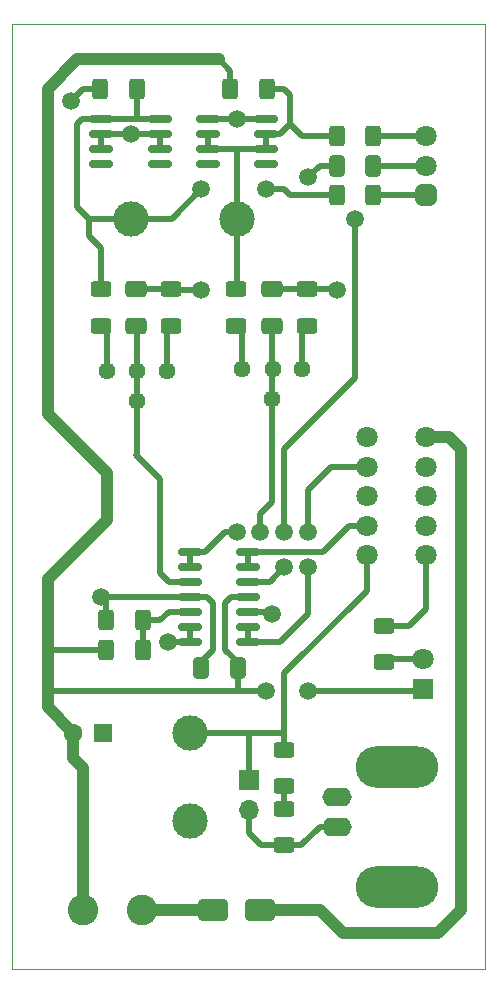
<source format=gbr>
%TF.GenerationSoftware,KiCad,Pcbnew,7.0.7*%
%TF.CreationDate,2024-08-22T16:43:00-10:00*%
%TF.ProjectId,pHSim2,70485369-6d32-42e6-9b69-6361645f7063,rev?*%
%TF.SameCoordinates,Original*%
%TF.FileFunction,Copper,L1,Top*%
%TF.FilePolarity,Positive*%
%FSLAX46Y46*%
G04 Gerber Fmt 4.6, Leading zero omitted, Abs format (unit mm)*
G04 Created by KiCad (PCBNEW 7.0.7) date 2024-08-22 16:43:00*
%MOMM*%
%LPD*%
G01*
G04 APERTURE LIST*
G04 Aperture macros list*
%AMRoundRect*
0 Rectangle with rounded corners*
0 $1 Rounding radius*
0 $2 $3 $4 $5 $6 $7 $8 $9 X,Y pos of 4 corners*
0 Add a 4 corners polygon primitive as box body*
4,1,4,$2,$3,$4,$5,$6,$7,$8,$9,$2,$3,0*
0 Add four circle primitives for the rounded corners*
1,1,$1+$1,$2,$3*
1,1,$1+$1,$4,$5*
1,1,$1+$1,$6,$7*
1,1,$1+$1,$8,$9*
0 Add four rect primitives between the rounded corners*
20,1,$1+$1,$2,$3,$4,$5,0*
20,1,$1+$1,$4,$5,$6,$7,0*
20,1,$1+$1,$6,$7,$8,$9,0*
20,1,$1+$1,$8,$9,$2,$3,0*%
G04 Aperture macros list end*
%TA.AperFunction,SMDPad,CuDef*%
%ADD10RoundRect,0.150000X-0.825000X-0.150000X0.825000X-0.150000X0.825000X0.150000X-0.825000X0.150000X0*%
%TD*%
%TA.AperFunction,SMDPad,CuDef*%
%ADD11RoundRect,0.250000X-0.625000X0.400000X-0.625000X-0.400000X0.625000X-0.400000X0.625000X0.400000X0*%
%TD*%
%TA.AperFunction,ComponentPad*%
%ADD12RoundRect,0.450000X-0.450000X-0.450000X0.450000X-0.450000X0.450000X0.450000X-0.450000X0.450000X0*%
%TD*%
%TA.AperFunction,ComponentPad*%
%ADD13C,1.800000*%
%TD*%
%TA.AperFunction,ComponentPad*%
%ADD14C,1.440000*%
%TD*%
%TA.AperFunction,ComponentPad*%
%ADD15C,3.000000*%
%TD*%
%TA.AperFunction,SMDPad,CuDef*%
%ADD16RoundRect,0.250000X-0.400000X-0.625000X0.400000X-0.625000X0.400000X0.625000X-0.400000X0.625000X0*%
%TD*%
%TA.AperFunction,SMDPad,CuDef*%
%ADD17RoundRect,0.250000X0.412500X0.650000X-0.412500X0.650000X-0.412500X-0.650000X0.412500X-0.650000X0*%
%TD*%
%TA.AperFunction,SMDPad,CuDef*%
%ADD18RoundRect,0.250000X0.650000X-0.412500X0.650000X0.412500X-0.650000X0.412500X-0.650000X-0.412500X0*%
%TD*%
%TA.AperFunction,SMDPad,CuDef*%
%ADD19RoundRect,0.250000X0.400000X0.625000X-0.400000X0.625000X-0.400000X-0.625000X0.400000X-0.625000X0*%
%TD*%
%TA.AperFunction,ComponentPad*%
%ADD20C,2.600000*%
%TD*%
%TA.AperFunction,SMDPad,CuDef*%
%ADD21RoundRect,0.250000X1.000000X0.650000X-1.000000X0.650000X-1.000000X-0.650000X1.000000X-0.650000X0*%
%TD*%
%TA.AperFunction,SMDPad,CuDef*%
%ADD22RoundRect,0.250000X0.625000X-0.400000X0.625000X0.400000X-0.625000X0.400000X-0.625000X-0.400000X0*%
%TD*%
%TA.AperFunction,SMDPad,CuDef*%
%ADD23RoundRect,0.250000X-0.412500X-0.650000X0.412500X-0.650000X0.412500X0.650000X-0.412500X0.650000X0*%
%TD*%
%TA.AperFunction,ComponentPad*%
%ADD24O,2.500000X1.600000*%
%TD*%
%TA.AperFunction,ComponentPad*%
%ADD25O,7.000000X3.500000*%
%TD*%
%TA.AperFunction,ComponentPad*%
%ADD26R,1.800000X1.800000*%
%TD*%
%TA.AperFunction,ComponentPad*%
%ADD27R,1.600000X1.600000*%
%TD*%
%TA.AperFunction,ComponentPad*%
%ADD28C,1.600000*%
%TD*%
%TA.AperFunction,ComponentPad*%
%ADD29R,1.700000X1.700000*%
%TD*%
%TA.AperFunction,ComponentPad*%
%ADD30O,1.700000X1.700000*%
%TD*%
%TA.AperFunction,ViaPad*%
%ADD31C,1.500000*%
%TD*%
%TA.AperFunction,Conductor*%
%ADD32C,0.500000*%
%TD*%
%TA.AperFunction,Conductor*%
%ADD33C,1.000000*%
%TD*%
%TA.AperFunction,Profile*%
%ADD34C,0.100000*%
%TD*%
G04 APERTURE END LIST*
D10*
%TO.P,U3,1,K*%
%TO.N,GND*%
X116525000Y-68095000D03*
%TO.P,U3,2,A*%
%TO.N,/Ref-2.5*%
X116525000Y-69365000D03*
%TO.P,U3,3,A*%
X116525000Y-70635000D03*
%TO.P,U3,4*%
%TO.N,N/C*%
X116525000Y-71905000D03*
%TO.P,U3,5*%
X121475000Y-71905000D03*
%TO.P,U3,6,A*%
%TO.N,/Ref-2.5*%
X121475000Y-70635000D03*
%TO.P,U3,7,A*%
X121475000Y-69365000D03*
%TO.P,U3,8,REF*%
%TO.N,GND*%
X121475000Y-68095000D03*
%TD*%
D11*
%TO.P,R5,1*%
%TO.N,/PwrSw*%
X131500000Y-110950000D03*
%TO.P,R5,2*%
%TO.N,Net-(D1-A)*%
X131500000Y-114050000D03*
%TD*%
D12*
%TO.P,R14,1,1*%
%TO.N,Net-(R12-Pad2)*%
X135000000Y-74500000D03*
D13*
%TO.P,R14,2,2*%
%TO.N,Net-(U1D-+)*%
X135000000Y-72000000D03*
%TO.P,R14,3,3*%
%TO.N,Net-(R13-Pad1)*%
X135000000Y-69500000D03*
%TD*%
D14*
%TO.P,R8,1,1*%
%TO.N,Net-(R10-Pad1)*%
X113050000Y-89375000D03*
%TO.P,R8,2,2*%
%TO.N,Net-(U1A-+)*%
X110510000Y-91915000D03*
X110550000Y-89375000D03*
%TO.P,R8,3,3*%
%TO.N,Net-(R6-Pad2)*%
X107970000Y-89375000D03*
%TD*%
D15*
%TO.P,TP2,1,1*%
%TO.N,/Ref+2.5*%
X110000000Y-76500000D03*
%TD*%
D16*
%TO.P,R12,1*%
%TO.N,/Ref+2.5*%
X127450000Y-74500000D03*
%TO.P,R12,2*%
%TO.N,Net-(R12-Pad2)*%
X130550000Y-74500000D03*
%TD*%
D11*
%TO.P,R6,1*%
%TO.N,/Ref+2.5*%
X107460000Y-82450000D03*
%TO.P,R6,2*%
%TO.N,Net-(R6-Pad2)*%
X107460000Y-85550000D03*
%TD*%
D17*
%TO.P,C5,1*%
%TO.N,Net-(U1D-+)*%
X130562500Y-72000000D03*
%TO.P,C5,2*%
%TO.N,GND*%
X127437500Y-72000000D03*
%TD*%
D18*
%TO.P,C3,1*%
%TO.N,Net-(U1A-+)*%
X110460000Y-85562500D03*
%TO.P,C3,2*%
%TO.N,GND*%
X110460000Y-82437500D03*
%TD*%
D19*
%TO.P,R4,1*%
%TO.N,/Ref-2.5*%
X121550000Y-65500000D03*
%TO.P,R4,2*%
%TO.N,/Pwr-*%
X118450000Y-65500000D03*
%TD*%
D20*
%TO.P,J2,1,Pin_1*%
%TO.N,/Pwr-*%
X106000000Y-135000000D03*
%TD*%
D21*
%TO.P,D2,1,K*%
%TO.N,/Pwr+*%
X121000000Y-135000000D03*
%TO.P,D2,2,A*%
%TO.N,Net-(D2-A)*%
X117000000Y-135000000D03*
%TD*%
D11*
%TO.P,R7,1*%
%TO.N,/Ref-2.5*%
X118960000Y-82450000D03*
%TO.P,R7,2*%
%TO.N,Net-(R7-Pad2)*%
X118960000Y-85550000D03*
%TD*%
D20*
%TO.P,J1,1,Pin_1*%
%TO.N,Net-(D2-A)*%
X111000000Y-135000000D03*
%TD*%
D22*
%TO.P,R10,1*%
%TO.N,Net-(R10-Pad1)*%
X113460000Y-85550000D03*
%TO.P,R10,2*%
%TO.N,GND*%
X113460000Y-82450000D03*
%TD*%
D18*
%TO.P,C4,1*%
%TO.N,Net-(U1C-+)*%
X121960000Y-85562500D03*
%TO.P,C4,2*%
%TO.N,GND*%
X121960000Y-82437500D03*
%TD*%
D22*
%TO.P,R11,1*%
%TO.N,Net-(R11-Pad1)*%
X124960000Y-85550000D03*
%TO.P,R11,2*%
%TO.N,GND*%
X124960000Y-82450000D03*
%TD*%
D19*
%TO.P,R13,1*%
%TO.N,Net-(R13-Pad1)*%
X130550000Y-69500000D03*
%TO.P,R13,2*%
%TO.N,/Ref-2.5*%
X127450000Y-69500000D03*
%TD*%
D15*
%TO.P,TP1,1,1*%
%TO.N,Net-(J4-Pin_1)*%
X115000000Y-120000000D03*
%TD*%
D14*
%TO.P,R9,1,1*%
%TO.N,Net-(R11-Pad1)*%
X124550000Y-89250000D03*
%TO.P,R9,2,2*%
%TO.N,Net-(U1C-+)*%
X122010000Y-91790000D03*
X122050000Y-89250000D03*
%TO.P,R9,3,3*%
%TO.N,Net-(R7-Pad2)*%
X119470000Y-89250000D03*
%TD*%
D16*
%TO.P,R3,1*%
%TO.N,/PwrSw*%
X107450000Y-65500000D03*
%TO.P,R3,2*%
%TO.N,/Ref+2.5*%
X110550000Y-65500000D03*
%TD*%
D15*
%TO.P,TP3,1,1*%
%TO.N,/Ref-2.5*%
X119000000Y-76500000D03*
%TD*%
D10*
%TO.P,U2,1,K*%
%TO.N,/Ref+2.5*%
X107525000Y-68095000D03*
%TO.P,U2,2,A*%
%TO.N,GND*%
X107525000Y-69365000D03*
%TO.P,U2,3,A*%
X107525000Y-70635000D03*
%TO.P,U2,4*%
%TO.N,N/C*%
X107525000Y-71905000D03*
%TO.P,U2,5*%
X112475000Y-71905000D03*
%TO.P,U2,6,A*%
%TO.N,GND*%
X112475000Y-70635000D03*
%TO.P,U2,7,A*%
X112475000Y-69365000D03*
%TO.P,U2,8,REF*%
%TO.N,/Ref+2.5*%
X112475000Y-68095000D03*
%TD*%
D19*
%TO.P,R2,1*%
%TO.N,Net-(U1B-+)*%
X111050000Y-113000000D03*
%TO.P,R2,2*%
%TO.N,/Pwr-*%
X107950000Y-113000000D03*
%TD*%
D23*
%TO.P,C2,1*%
%TO.N,/PwrSw*%
X115937500Y-114500000D03*
%TO.P,C2,2*%
%TO.N,/Pwr-*%
X119062500Y-114500000D03*
%TD*%
D24*
%TO.P,J3,1,In*%
%TO.N,Net-(J3-In)*%
X127450000Y-128000000D03*
D25*
%TO.P,J3,2,Ext*%
%TO.N,GND*%
X132530000Y-122920000D03*
D24*
X127450000Y-125460000D03*
D25*
X132530000Y-133080000D03*
%TD*%
D26*
%TO.P,D1,1,K*%
%TO.N,/Pwr-*%
X134750000Y-116275000D03*
D13*
%TO.P,D1,2,A*%
%TO.N,Net-(D1-A)*%
X134750000Y-113735000D03*
%TD*%
%TO.P,SW2,1,1*%
%TO.N,/Pwr+*%
X135000000Y-95000000D03*
%TO.P,SW2,2,2*%
%TO.N,unconnected-(SW2-Pad2)*%
X135000000Y-97500000D03*
%TO.P,SW2,3,3*%
%TO.N,/PwrSw*%
X135000000Y-100000000D03*
%TO.P,SW2,4,4*%
X135000000Y-102500000D03*
%TO.P,SW2,5,5*%
X135000000Y-105000000D03*
%TO.P,SW2,6,6*%
%TO.N,GND*%
X130000000Y-95000000D03*
%TO.P,SW2,7,7*%
%TO.N,/Ref10*%
X130000000Y-97500000D03*
%TO.P,SW2,8,8*%
%TO.N,/Ref4*%
X130000000Y-100000000D03*
%TO.P,SW2,9,9*%
%TO.N,/RefV*%
X130000000Y-102500000D03*
%TO.P,SW2,10,10*%
%TO.N,Net-(J4-Pin_1)*%
X130000000Y-105000000D03*
%TD*%
D15*
%TO.P,TP0,1,1*%
%TO.N,GND*%
X115000000Y-127500000D03*
%TD*%
D27*
%TO.P,C1,1*%
%TO.N,/PwrSw*%
X107652651Y-120000000D03*
D28*
%TO.P,C1,2*%
%TO.N,/Pwr-*%
X105152651Y-120000000D03*
%TD*%
D11*
%TO.P,R15,1*%
%TO.N,Net-(J4-Pin_1)*%
X123000000Y-121450000D03*
%TO.P,R15,2*%
%TO.N,Net-(R15-Pad2)*%
X123000000Y-124550000D03*
%TD*%
D16*
%TO.P,R1,1*%
%TO.N,/PwrSw*%
X107950000Y-110500000D03*
%TO.P,R1,2*%
%TO.N,Net-(U1B-+)*%
X111050000Y-110500000D03*
%TD*%
D29*
%TO.P,J4,1,Pin_1*%
%TO.N,Net-(J4-Pin_1)*%
X120000000Y-124000000D03*
D30*
%TO.P,J4,2,Pin_2*%
%TO.N,Net-(J3-In)*%
X120000000Y-126540000D03*
%TD*%
D11*
%TO.P,R16,1*%
%TO.N,Net-(R15-Pad2)*%
X123000000Y-126450000D03*
%TO.P,R16,2*%
%TO.N,Net-(J3-In)*%
X123000000Y-129550000D03*
%TD*%
D10*
%TO.P,U1,1*%
%TO.N,/Ref4*%
X115025000Y-104690000D03*
%TO.P,U1,2,-*%
X115025000Y-105960000D03*
%TO.P,U1,3,+*%
%TO.N,Net-(U1A-+)*%
X115025000Y-107230000D03*
%TO.P,U1,4,V+*%
%TO.N,/PwrSw*%
X115025000Y-108500000D03*
%TO.P,U1,5,+*%
%TO.N,Net-(U1B-+)*%
X115025000Y-109770000D03*
%TO.P,U1,6,-*%
%TO.N,GND*%
X115025000Y-111040000D03*
%TO.P,U1,7*%
X115025000Y-112310000D03*
%TO.P,U1,8*%
%TO.N,/Ref10*%
X119975000Y-112310000D03*
%TO.P,U1,9,-*%
X119975000Y-111040000D03*
%TO.P,U1,10,+*%
%TO.N,Net-(U1C-+)*%
X119975000Y-109770000D03*
%TO.P,U1,11,V-*%
%TO.N,/Pwr-*%
X119975000Y-108500000D03*
%TO.P,U1,12,+*%
%TO.N,Net-(U1D-+)*%
X119975000Y-107230000D03*
%TO.P,U1,13,-*%
%TO.N,/RefV*%
X119975000Y-105960000D03*
%TO.P,U1,14*%
X119975000Y-104690000D03*
%TD*%
D31*
%TO.N,GND*%
X119000000Y-68095000D03*
X113190000Y-112310000D03*
X127500000Y-82500000D03*
X110000000Y-69365000D03*
X125000000Y-73000000D03*
X116000000Y-82500000D03*
%TO.N,/PwrSw*%
X105000000Y-66500000D03*
X107500000Y-108500000D03*
%TO.N,/Pwr-*%
X125000000Y-116500000D03*
X121500000Y-116500000D03*
%TO.N,/Ref+2.5*%
X121500000Y-74000000D03*
X116000000Y-74000000D03*
%TO.N,/Ref10*%
X125000000Y-106000000D03*
X125000000Y-103000000D03*
%TO.N,/Ref4*%
X119000000Y-103000000D03*
%TO.N,Net-(U1C-+)*%
X122000000Y-110000000D03*
X121000000Y-103000000D03*
%TO.N,Net-(U1D-+)*%
X129000000Y-76500000D03*
X123000000Y-103000000D03*
X123000000Y-106000000D03*
%TD*%
D32*
%TO.N,Net-(J3-In)*%
X124450000Y-129550000D02*
X126000000Y-128000000D01*
X126000000Y-128000000D02*
X127450000Y-128000000D01*
X123000000Y-129550000D02*
X124450000Y-129550000D01*
X121050000Y-129550000D02*
X123000000Y-129550000D01*
X120000000Y-126540000D02*
X120000000Y-128500000D01*
X120000000Y-128500000D02*
X121050000Y-129550000D01*
%TO.N,GND*%
X115025000Y-112310000D02*
X113190000Y-112310000D01*
X113460000Y-82450000D02*
X113510000Y-82500000D01*
X126000000Y-72000000D02*
X125000000Y-73000000D01*
X127500000Y-82500000D02*
X127450000Y-82450000D01*
X112475000Y-70635000D02*
X112475000Y-69365000D01*
X121960000Y-82437500D02*
X124947500Y-82437500D01*
X113510000Y-82500000D02*
X116000000Y-82500000D01*
X107525000Y-70635000D02*
X107525000Y-69365000D01*
X127437500Y-72000000D02*
X126000000Y-72000000D01*
X112475000Y-69365000D02*
X107525000Y-69365000D01*
X110460000Y-82437500D02*
X113447500Y-82437500D01*
X121475000Y-68095000D02*
X116525000Y-68095000D01*
X115025000Y-112310000D02*
X115025000Y-111040000D01*
X124947500Y-82437500D02*
X124960000Y-82450000D01*
X127450000Y-82450000D02*
X124960000Y-82450000D01*
X113000000Y-112500000D02*
X113190000Y-112310000D01*
X113447500Y-82437500D02*
X113460000Y-82450000D01*
%TO.N,/PwrSw*%
X106000000Y-65500000D02*
X105000000Y-66500000D01*
X117000000Y-109000000D02*
X116500000Y-108500000D01*
X116500000Y-108500000D02*
X115025000Y-108500000D01*
X107500000Y-108500000D02*
X107950000Y-108950000D01*
X131500000Y-110950000D02*
X133550000Y-110950000D01*
X117000000Y-113000000D02*
X117000000Y-109000000D01*
X115937500Y-114062500D02*
X117000000Y-113000000D01*
X107450000Y-65500000D02*
X106000000Y-65500000D01*
X107950000Y-108950000D02*
X107950000Y-110500000D01*
X115937500Y-114500000D02*
X115937500Y-114062500D01*
X133550000Y-110950000D02*
X135000000Y-109500000D01*
X107500000Y-108500000D02*
X115025000Y-108500000D01*
X135000000Y-109500000D02*
X135000000Y-105000000D01*
%TO.N,Net-(U1A-+)*%
X115025000Y-107230000D02*
X113230000Y-107230000D01*
X110510000Y-91915000D02*
X110510000Y-85612500D01*
X110510000Y-85612500D02*
X110460000Y-85562500D01*
X113230000Y-107230000D02*
X112500000Y-106500000D01*
X110500000Y-96500000D02*
X110510000Y-96490000D01*
X112500000Y-98500000D02*
X110500000Y-96500000D01*
X112500000Y-106500000D02*
X112500000Y-98500000D01*
X110510000Y-96490000D02*
X110510000Y-91915000D01*
%TO.N,/Pwr-*%
X118450000Y-63950000D02*
X118450000Y-65500000D01*
D33*
X103000000Y-116500000D02*
X103000000Y-113000000D01*
D32*
X125000000Y-116500000D02*
X134525000Y-116500000D01*
X118000000Y-109000000D02*
X118500000Y-108500000D01*
D33*
X103000000Y-93000000D02*
X108000000Y-98000000D01*
X103000000Y-65500000D02*
X103000000Y-93000000D01*
D32*
X119062500Y-114062500D02*
X118000000Y-113000000D01*
X117500000Y-63000000D02*
X118450000Y-63950000D01*
X119062500Y-114500000D02*
X119062500Y-116500000D01*
D33*
X105152651Y-122152651D02*
X105152651Y-120000000D01*
X103000000Y-117847349D02*
X103000000Y-116500000D01*
D32*
X107950000Y-113000000D02*
X103000000Y-113000000D01*
D33*
X105500000Y-63000000D02*
X103000000Y-65500000D01*
X108000000Y-102000000D02*
X103000000Y-107000000D01*
X117500000Y-63000000D02*
X105500000Y-63000000D01*
X105152651Y-120000000D02*
X103000000Y-117847349D01*
D32*
X119062500Y-116500000D02*
X103000000Y-116500000D01*
D33*
X108000000Y-98000000D02*
X108000000Y-102000000D01*
D32*
X118000000Y-113000000D02*
X118000000Y-109000000D01*
X118500000Y-108500000D02*
X119975000Y-108500000D01*
X134525000Y-116500000D02*
X134750000Y-116275000D01*
D33*
X106000000Y-123000000D02*
X105152651Y-122152651D01*
D32*
X119062500Y-114500000D02*
X119062500Y-114062500D01*
X119062500Y-116500000D02*
X121500000Y-116500000D01*
D33*
X103000000Y-107000000D02*
X103000000Y-113000000D01*
X106000000Y-135000000D02*
X106000000Y-123000000D01*
D32*
%TO.N,/Ref+2.5*%
X110550000Y-65500000D02*
X110550000Y-68045000D01*
X106500000Y-76500000D02*
X110000000Y-76500000D01*
X113500000Y-76500000D02*
X116000000Y-74000000D01*
X106500000Y-78000000D02*
X106500000Y-76500000D01*
X107525000Y-68095000D02*
X105905000Y-68095000D01*
X107460000Y-78960000D02*
X107460000Y-82450000D01*
X105500000Y-68500000D02*
X105500000Y-75500000D01*
X105905000Y-68095000D02*
X105500000Y-68500000D01*
X105500000Y-75500000D02*
X106500000Y-76500000D01*
X107525000Y-68095000D02*
X110500000Y-68095000D01*
X110000000Y-76500000D02*
X113500000Y-76500000D01*
X127450000Y-74500000D02*
X123500000Y-74500000D01*
X123000000Y-74000000D02*
X121500000Y-74000000D01*
X110500000Y-68095000D02*
X112475000Y-68095000D01*
X107460000Y-78960000D02*
X106500000Y-78000000D01*
X123500000Y-74500000D02*
X123000000Y-74000000D01*
X110550000Y-68045000D02*
X110500000Y-68095000D01*
%TO.N,/Ref-2.5*%
X116525000Y-70635000D02*
X119000000Y-70635000D01*
X119000000Y-70635000D02*
X121475000Y-70635000D01*
X121550000Y-65500000D02*
X123000000Y-65500000D01*
X116525000Y-69365000D02*
X116525000Y-70635000D01*
X123500000Y-68500000D02*
X124500000Y-69500000D01*
X123500000Y-68500000D02*
X122635000Y-69365000D01*
X123000000Y-65500000D02*
X123500000Y-66000000D01*
X123500000Y-66000000D02*
X123500000Y-68500000D01*
X119000000Y-82410000D02*
X118960000Y-82450000D01*
X124500000Y-69500000D02*
X127450000Y-69500000D01*
X121475000Y-69365000D02*
X121475000Y-70635000D01*
X122635000Y-69365000D02*
X121475000Y-69365000D01*
X119000000Y-76500000D02*
X119000000Y-82410000D01*
X119000000Y-70635000D02*
X119000000Y-76500000D01*
%TO.N,Net-(R6-Pad2)*%
X107970000Y-86060000D02*
X107460000Y-85550000D01*
X107970000Y-89375000D02*
X107970000Y-86060000D01*
%TO.N,Net-(R11-Pad1)*%
X124550000Y-85960000D02*
X124960000Y-85550000D01*
X124550000Y-89250000D02*
X124550000Y-85960000D01*
X124540000Y-85970000D02*
X124960000Y-85550000D01*
%TO.N,Net-(D1-A)*%
X134750000Y-113735000D02*
X131815000Y-113735000D01*
X131815000Y-113735000D02*
X131500000Y-114050000D01*
%TO.N,Net-(U1B-+)*%
X111050000Y-113000000D02*
X111050000Y-110500000D01*
X113230000Y-109770000D02*
X112500000Y-110500000D01*
X115025000Y-109770000D02*
X113230000Y-109770000D01*
X112500000Y-110500000D02*
X111050000Y-110500000D01*
%TO.N,/Ref10*%
X125000000Y-103000000D02*
X125000000Y-99500000D01*
X125000000Y-99500000D02*
X127000000Y-97500000D01*
X125000000Y-110000000D02*
X125000000Y-106000000D01*
X119975000Y-112310000D02*
X122690000Y-112310000D01*
X119975000Y-111040000D02*
X119975000Y-112310000D01*
X122690000Y-112310000D02*
X125000000Y-110000000D01*
X127000000Y-97500000D02*
X130000000Y-97500000D01*
%TO.N,/Ref4*%
X119000000Y-103000000D02*
X118000000Y-103000000D01*
X115025000Y-105960000D02*
X115025000Y-104690000D01*
X118000000Y-103000000D02*
X116310000Y-104690000D01*
X116310000Y-104690000D02*
X115025000Y-104690000D01*
%TO.N,/RefV*%
X119975000Y-105960000D02*
X119975000Y-104690000D01*
X126310000Y-104690000D02*
X119975000Y-104690000D01*
X128500000Y-102500000D02*
X126310000Y-104690000D01*
X130000000Y-102500000D02*
X128500000Y-102500000D01*
D33*
%TO.N,/Pwr+*%
X121000000Y-135000000D02*
X126000000Y-135000000D01*
X128000000Y-137000000D02*
X136000000Y-137000000D01*
X138000000Y-96000000D02*
X137000000Y-95000000D01*
X136000000Y-137000000D02*
X138000000Y-135000000D01*
X137000000Y-95000000D02*
X135000000Y-95000000D01*
X126000000Y-135000000D02*
X128000000Y-137000000D01*
X138000000Y-135000000D02*
X138000000Y-96000000D01*
D32*
%TO.N,Net-(U1C-+)*%
X121000000Y-101500000D02*
X121000000Y-103000000D01*
X119975000Y-109770000D02*
X121770000Y-109770000D01*
X122010000Y-91790000D02*
X122010000Y-100490000D01*
X122010000Y-91790000D02*
X122010000Y-85612500D01*
X122010000Y-85612500D02*
X121960000Y-85562500D01*
X122010000Y-100490000D02*
X121000000Y-101500000D01*
X121770000Y-109770000D02*
X122000000Y-110000000D01*
%TO.N,Net-(U1D-+)*%
X121770000Y-107230000D02*
X123000000Y-106000000D01*
X130562500Y-72000000D02*
X135000000Y-72000000D01*
X129000000Y-76500000D02*
X129000000Y-90000000D01*
X129000000Y-90000000D02*
X123000000Y-96000000D01*
X119975000Y-107230000D02*
X121770000Y-107230000D01*
X123000000Y-96000000D02*
X123000000Y-103000000D01*
%TO.N,Net-(R7-Pad2)*%
X119470000Y-86060000D02*
X118960000Y-85550000D01*
X119470000Y-89250000D02*
X119470000Y-86060000D01*
%TO.N,Net-(R10-Pad1)*%
X113040000Y-85970000D02*
X113460000Y-85550000D01*
X113050000Y-89375000D02*
X113050000Y-85960000D01*
X113050000Y-85960000D02*
X113460000Y-85550000D01*
%TO.N,Net-(R12-Pad2)*%
X130550000Y-74500000D02*
X135000000Y-74500000D01*
%TO.N,Net-(R13-Pad1)*%
X130550000Y-69500000D02*
X135000000Y-69500000D01*
%TO.N,Net-(J4-Pin_1)*%
X115000000Y-120000000D02*
X120000000Y-120000000D01*
X120000000Y-124000000D02*
X120000000Y-120000000D01*
X123000000Y-121450000D02*
X123000000Y-115000000D01*
X123000000Y-115000000D02*
X130000000Y-108000000D01*
X130000000Y-108000000D02*
X130000000Y-105000000D01*
X120000000Y-120000000D02*
X123000000Y-120000000D01*
D33*
%TO.N,Net-(D2-A)*%
X111000000Y-135000000D02*
X117000000Y-135000000D01*
D32*
%TO.N,Net-(R15-Pad2)*%
X123000000Y-126450000D02*
X123000000Y-124550000D01*
%TD*%
D34*
X100000000Y-60000000D02*
X140000000Y-60000000D01*
X140000000Y-140000000D01*
X100000000Y-140000000D01*
X100000000Y-60000000D01*
M02*

</source>
